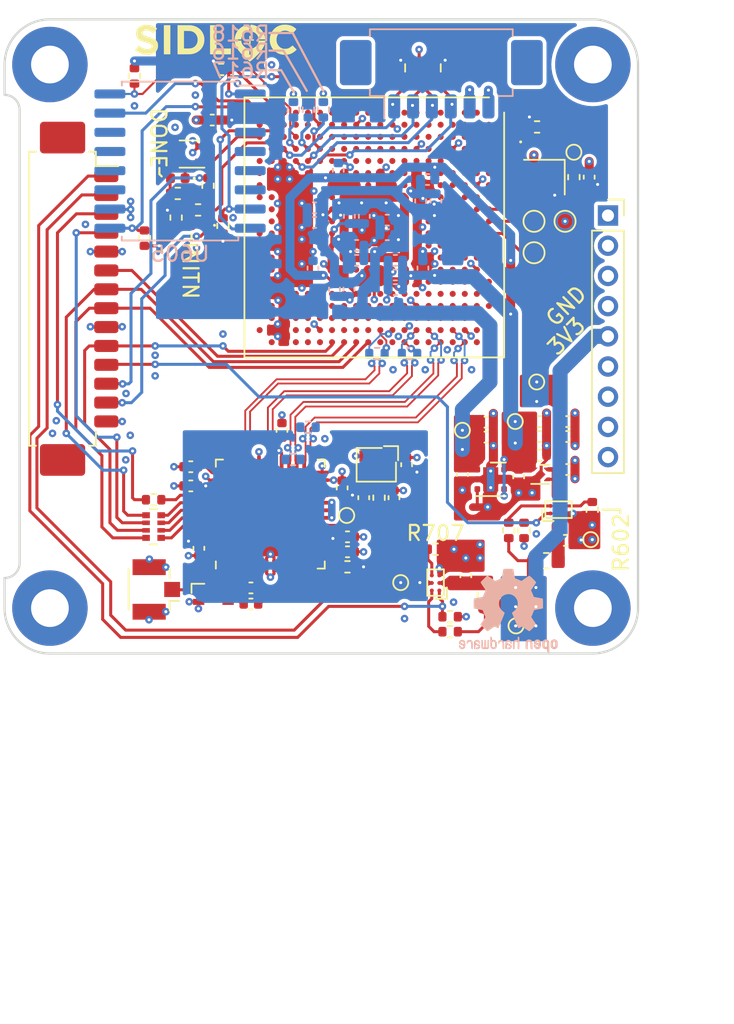
<source format=kicad_pcb>
(kicad_pcb (version 20211014) (generator pcbnew)

  (general
    (thickness 1.5954)
  )

  (paper "A4")
  (layers
    (0 "F.Cu" mixed)
    (1 "In1.Cu" power)
    (2 "In2.Cu" power)
    (31 "B.Cu" mixed)
    (32 "B.Adhes" user "B.Adhesive")
    (33 "F.Adhes" user "F.Adhesive")
    (34 "B.Paste" user)
    (35 "F.Paste" user)
    (36 "B.SilkS" user "B.Silkscreen")
    (37 "F.SilkS" user "F.Silkscreen")
    (38 "B.Mask" user)
    (39 "F.Mask" user)
    (41 "Cmts.User" user "User.Comments")
    (42 "Eco1.User" user "User.Eco1")
    (43 "Eco2.User" user "User.Eco2")
    (44 "Edge.Cuts" user)
    (45 "Margin" user)
    (46 "B.CrtYd" user "B.Courtyard")
    (47 "F.CrtYd" user "F.Courtyard")
    (48 "B.Fab" user)
    (49 "F.Fab" user)
  )

  (setup
    (stackup
      (layer "F.SilkS" (type "Top Silk Screen") (color "White"))
      (layer "F.Paste" (type "Top Solder Paste"))
      (layer "F.Mask" (type "Top Solder Mask") (color "Purple") (thickness 0.0127))
      (layer "F.Cu" (type "copper") (thickness 0.035))
      (layer "dielectric 1" (type "prepreg") (thickness 0.1) (material "JLC2313") (epsilon_r 4.05) (loss_tangent 0))
      (layer "In1.Cu" (type "copper") (thickness 0.0175))
      (layer "dielectric 2" (type "core") (thickness 1.265) (material "Core") (epsilon_r 4.6) (loss_tangent 0))
      (layer "In2.Cu" (type "copper") (thickness 0.0175))
      (layer "dielectric 3" (type "prepreg") (thickness 0.1) (material "JLC2313") (epsilon_r 4.05) (loss_tangent 0))
      (layer "B.Cu" (type "copper") (thickness 0.035))
      (layer "B.Mask" (type "Bottom Solder Mask") (color "Purple") (thickness 0.0127))
      (layer "B.Paste" (type "Bottom Solder Paste"))
      (layer "B.SilkS" (type "Bottom Silk Screen") (color "White"))
      (copper_finish "ENIG")
      (dielectric_constraints no)
    )
    (pad_to_mask_clearance 0.05)
    (solder_mask_min_width 0.2)
    (grid_origin 171.1452 89.472)
    (pcbplotparams
      (layerselection 0x0000030_80000001)
      (disableapertmacros false)
      (usegerberextensions false)
      (usegerberattributes false)
      (usegerberadvancedattributes false)
      (creategerberjobfile false)
      (svguseinch false)
      (svgprecision 6)
      (excludeedgelayer true)
      (plotframeref false)
      (viasonmask false)
      (mode 1)
      (useauxorigin false)
      (hpglpennumber 1)
      (hpglpenspeed 20)
      (hpglpendiameter 15.000000)
      (dxfpolygonmode true)
      (dxfimperialunits true)
      (dxfusepcbnewfont true)
      (psnegative false)
      (psa4output false)
      (plotreference true)
      (plotvalue true)
      (plotinvisibletext false)
      (sketchpadsonfab false)
      (subtractmaskfromsilk false)
      (outputformat 1)
      (mirror false)
      (drillshape 1)
      (scaleselection 1)
      (outputdirectory "")
    )
  )

  (net 0 "")
  (net 1 "GND")
  (net 2 "3V3")
  (net 3 "unconnected-(PQ101-Pad1)")
  (net 4 "unconnected-(PQ101-Pad2)")
  (net 5 "unconnected-(PQ101-Pad3)")
  (net 6 "unconnected-(PQ101-Pad6)")
  (net 7 "unconnected-(PQ101-Pad7)")
  (net 8 "unconnected-(PQ101-Pad8)")
  (net 9 "Net-(C601-Pad1)")
  (net 10 "/fpga/FPGA_2V5")
  (net 11 "/fpga/FPGA_3V3")
  (net 12 "/fpga/FPGA_1V1")
  (net 13 "Net-(C701-Pad1)")
  (net 14 "Net-(C701-Pad2)")
  (net 15 "/transceiver/TRX_3V3")
  (net 16 "Net-(C704-Pad2)")
  (net 17 "Net-(C710-Pad1)")
  (net 18 "Net-(C711-Pad1)")
  (net 19 "/transceiver/RF09P")
  (net 20 "/transceiver/RF09CAP_P")
  (net 21 "/transceiver/RF09N")
  (net 22 "/transceiver/RF09CAP_N")
  (net 23 "/transceiver/RF_EN")
  (net 24 "/transceiver/RST")
  (net 25 "/transceiver/IRQ")
  (net 26 "/SPI_CS2")
  (net 27 "/SPI_CS1")
  (net 28 "/fpga/SPI_CLK")
  (net 29 "/fpga/SPI_MISO")
  (net 30 "/fpga/SPI_MOSI")
  (net 31 "/fpga/FPGA_EN")
  (net 32 "/fpga/FPGA_DONE")
  (net 33 "/fpga/FPGA_INIT")
  (net 34 "/transceiver/RFIO")
  (net 35 "/fpga/JTDO")
  (net 36 "/fpga/JTCK")
  (net 37 "/fpga/JTMS")
  (net 38 "/fpga/JTDI")
  (net 39 "/fpga/FPGA_1V1_PG")
  (net 40 "Net-(NT701-Pad1)")
  (net 41 "Net-(R602-Pad2)")
  (net 42 "/fpga/FPGA_3V3_FAULT")
  (net 43 "/fpga/RXCLOCKP")
  (net 44 "/fpga/RXCLOCKN")
  (net 45 "/fpga/RXDATAP")
  (net 46 "/fpga/RXDATAN")
  (net 47 "Net-(D601-Pad2)")
  (net 48 "Net-(D602-Pad2)")
  (net 49 "Net-(R616-Pad2)")
  (net 50 "Net-(R617-Pad2)")
  (net 51 "Net-(R618-Pad2)")
  (net 52 "Net-(R619-Pad1)")
  (net 53 "/fpga/~{CFG_CS}")
  (net 54 "/fpga/CFG_IO2")
  (net 55 "/fpga/CFG_IO3")
  (net 56 "/fpga/TXCLOCKN")
  (net 57 "/fpga/TXCLOCKP")
  (net 58 "/fpga/TXDATAN")
  (net 59 "/fpga/TXDATAP")
  (net 60 "Net-(R704-Pad2)")
  (net 61 "/transceiver/TRX_FAULT")
  (net 62 "Net-(R707-Pad2)")
  (net 63 "Net-(RN701-Pad5)")
  (net 64 "Net-(RN701-Pad6)")
  (net 65 "Net-(RN701-Pad7)")
  (net 66 "Net-(RN701-Pad8)")
  (net 67 "/fpga/FPGA_IO1")
  (net 68 "/fpga/FPGA_IO0")
  (net 69 "unconnected-(U602-PadB6)")
  (net 70 "unconnected-(U602-PadB8)")
  (net 71 "unconnected-(U602-PadB9)")
  (net 72 "unconnected-(U602-PadB10)")
  (net 73 "/fpga/FPGA_CLK_IN")
  (net 74 "unconnected-(U602-PadC6)")
  (net 75 "unconnected-(U602-PadC7)")
  (net 76 "unconnected-(U602-PadC8)")
  (net 77 "unconnected-(U602-PadC9)")
  (net 78 "unconnected-(U602-PadC10)")
  (net 79 "unconnected-(U602-PadC11)")
  (net 80 "unconnected-(U602-PadC18)")
  (net 81 "unconnected-(U602-PadD6)")
  (net 82 "unconnected-(U602-PadD7)")
  (net 83 "unconnected-(U602-PadD8)")
  (net 84 "unconnected-(U602-PadD9)")
  (net 85 "unconnected-(U602-PadD10)")
  (net 86 "unconnected-(U602-PadD17)")
  (net 87 "unconnected-(U602-PadD18)")
  (net 88 "unconnected-(U602-PadD20)")
  (net 89 "unconnected-(U602-PadE6)")
  (net 90 "unconnected-(U602-PadE7)")
  (net 91 "unconnected-(U602-PadE8)")
  (net 92 "unconnected-(U602-PadE9)")
  (net 93 "unconnected-(U602-PadE10)")
  (net 94 "unconnected-(U602-PadE16)")
  (net 95 "unconnected-(U602-PadE17)")
  (net 96 "unconnected-(U602-PadE18)")
  (net 97 "unconnected-(U602-PadE19)")
  (net 98 "unconnected-(U602-PadF16)")
  (net 99 "unconnected-(U602-PadF17)")
  (net 100 "unconnected-(U602-PadF18)")
  (net 101 "unconnected-(U602-PadF20)")
  (net 102 "unconnected-(U602-PadG16)")
  (net 103 "unconnected-(U602-PadG18)")
  (net 104 "unconnected-(U602-PadG20)")
  (net 105 "unconnected-(U602-PadH16)")
  (net 106 "unconnected-(U602-PadH17)")
  (net 107 "unconnected-(U602-PadH18)")
  (net 108 "unconnected-(U602-PadJ16)")
  (net 109 "unconnected-(U602-PadJ17)")
  (net 110 "unconnected-(U602-PadJ18)")
  (net 111 "unconnected-(U602-PadJ20)")
  (net 112 "unconnected-(U602-PadK16)")
  (net 113 "unconnected-(U602-PadK17)")
  (net 114 "unconnected-(U602-PadK18)")
  (net 115 "unconnected-(U602-PadK20)")
  (net 116 "unconnected-(U602-PadR1)")
  (net 117 "unconnected-(U602-PadR3)")
  (net 118 "unconnected-(U602-PadT1)")
  (net 119 "unconnected-(U602-PadT2)")
  (net 120 "unconnected-(U602-PadT3)")
  (net 121 "unconnected-(U602-PadU1)")
  (net 122 "unconnected-(U602-PadU2)")
  (net 123 "/fpga/CFG_CLK")
  (net 124 "unconnected-(U602-PadV1)")
  (net 125 "/fpga/CFG_IO1")
  (net 126 "/fpga/CFG_IO0")
  (net 127 "unconnected-(U602-PadW3)")
  (net 128 "unconnected-(U602-PadW4)")
  (net 129 "unconnected-(U602-PadW5)")
  (net 130 "unconnected-(U602-PadW8)")
  (net 131 "unconnected-(U602-PadW9)")
  (net 132 "unconnected-(U602-PadW10)")
  (net 133 "unconnected-(U602-PadW11)")
  (net 134 "unconnected-(U602-PadW13)")
  (net 135 "unconnected-(U602-PadW14)")
  (net 136 "unconnected-(U602-PadW17)")
  (net 137 "unconnected-(U602-PadW18)")
  (net 138 "unconnected-(U602-PadW20)")
  (net 139 "unconnected-(U602-PadY5)")
  (net 140 "unconnected-(U602-PadY6)")
  (net 141 "unconnected-(U602-PadY7)")
  (net 142 "unconnected-(U602-PadY8)")
  (net 143 "unconnected-(U602-PadY11)")
  (net 144 "unconnected-(U602-PadY12)")
  (net 145 "unconnected-(U602-PadY14)")
  (net 146 "unconnected-(U602-PadY15)")
  (net 147 "unconnected-(U602-PadY16)")
  (net 148 "unconnected-(U602-PadY17)")
  (net 149 "unconnected-(U602-PadY19)")
  (net 150 "unconnected-(U605-Pad3)")
  (net 151 "unconnected-(U605-Pad4)")
  (net 152 "unconnected-(U605-Pad5)")
  (net 153 "unconnected-(U605-Pad6)")
  (net 154 "unconnected-(U605-Pad11)")
  (net 155 "unconnected-(U605-Pad12)")
  (net 156 "unconnected-(U605-Pad13)")
  (net 157 "unconnected-(U605-Pad14)")
  (net 158 "unconnected-(U702-Pad1)")
  (net 159 "unconnected-(U702-Pad2)")
  (net 160 "unconnected-(U702-Pad4)")
  (net 161 "unconnected-(U702-Pad5)")
  (net 162 "unconnected-(U702-Pad11)")
  (net 163 "unconnected-(U702-Pad12)")
  (net 164 "unconnected-(U702-Pad22)")
  (net 165 "unconnected-(U702-Pad35)")
  (net 166 "unconnected-(U702-Pad36)")
  (net 167 "unconnected-(U702-Pad47)")
  (net 168 "Net-(D602-Pad1)")
  (net 169 "unconnected-(H103-Pad1)")
  (net 170 "unconnected-(H101-Pad1)")
  (net 171 "unconnected-(H102-Pad1)")
  (net 172 "unconnected-(H104-Pad1)")
  (net 173 "unconnected-(U602-PadA6)")
  (net 174 "unconnected-(U602-PadA7)")
  (net 175 "/fpga/FPGA_IO2")
  (net 176 "unconnected-(U602-PadB11)")
  (net 177 "unconnected-(U602-PadL16)")
  (net 178 "unconnected-(U602-PadL17)")
  (net 179 "unconnected-(U602-PadL18)")
  (net 180 "unconnected-(U602-PadL19)")
  (net 181 "unconnected-(U602-PadM17)")
  (net 182 "unconnected-(U602-PadM18)")
  (net 183 "unconnected-(U602-PadM19)")
  (net 184 "unconnected-(U602-PadN16)")
  (net 185 "unconnected-(U602-PadN17)")
  (net 186 "unconnected-(U602-PadN18)")
  (net 187 "unconnected-(U602-PadN19)")
  (net 188 "unconnected-(U602-PadP16)")
  (net 189 "unconnected-(U602-PadP17)")
  (net 190 "unconnected-(U602-PadP18)")
  (net 191 "unconnected-(U602-PadP19)")
  (net 192 "unconnected-(U602-PadR16)")
  (net 193 "unconnected-(U602-PadR17)")
  (net 194 "unconnected-(U602-PadR18)")
  (net 195 "unconnected-(U602-PadR20)")
  (net 196 "unconnected-(U602-PadT16)")
  (net 197 "unconnected-(U602-PadT17)")
  (net 198 "unconnected-(U602-PadT18)")
  (net 199 "unconnected-(U602-PadT19)")
  (net 200 "unconnected-(U602-PadT20)")
  (net 201 "unconnected-(U602-PadU16)")
  (net 202 "unconnected-(U602-PadU17)")
  (net 203 "unconnected-(U602-PadU18)")
  (net 204 "unconnected-(U602-PadU19)")
  (net 205 "unconnected-(U602-PadU20)")
  (net 206 "Net-(D603-Pad2)")

  (footprint "MountingHole:MountingHole_2.5mm_Pad" (layer "F.Cu") (at 170.1452 79.472))

  (footprint "MountingHole:MountingHole_2.5mm_Pad" (layer "F.Cu") (at 134.1452 79.472))

  (footprint "Connector_PinSocket_2.00mm:PinSocket_1x09_P2.00mm_Vertical" (layer "F.Cu") (at 171.1452 89.472))

  (footprint "Resistor_SMD:R_0402_1005Metric" (layer "F.Cu") (at 142.5119 89.6093 90))

  (footprint "Resistor_SMD:R_0402_1005Metric" (layer "F.Cu") (at 145.4912 79.7946))

  (footprint "Capacitor_SMD:C_0402_1005Metric" (layer "F.Cu") (at 168.3258 110.9858))

  (footprint "Package_BGA:Texas_DSBGA-6_0.9x1.4mm_Layout2x3_P0.5mm" (layer "F.Cu") (at 159.7152 113.8077 180))

  (footprint "Resistor_SMD:R_0402_1005Metric" (layer "F.Cu") (at 159.7152 111.5725 180))

  (footprint "lsf-kicad-lib:TestPoint_D0.8mm_Mask-Only" (layer "F.Cu") (at 165.0492 116.65))

  (footprint "Inductor_SMD:L_0603_1608Metric" (layer "F.Cu") (at 163.0172 114.5925 90))

  (footprint "Capacitor_SMD:C_0402_1005Metric" (layer "F.Cu") (at 163.0654 104.148))

  (footprint "Package_BGA:Lattice_caBGA-381_17.0x17.0mm_Layout20x20_P0.8mm_Ball0.4mm_Pad0.4mm_NSMD" (layer "F.Cu") (at 155.6512 90.2594 -90))

  (footprint "Capacitor_SMD:C_0402_1005Metric" (layer "F.Cu") (at 163.0654 103.1574))

  (footprint "Resistor_SMD:R_0402_1005Metric" (layer "F.Cu") (at 164.5666 110.3254 -90))

  (footprint "Capacitor_SMD:C_0402_1005Metric" (layer "F.Cu") (at 154.9512 108.1604 90))

  (footprint "Connector_Molex:Molex_PicoBlade_53261-1471_1x14-1MP_P1.25mm_Horizontal" (layer "F.Cu") (at 135.4836 94.9838 -90))

  (footprint "lsf-kicad-lib:TestPoint_D0.8mm_Mask-Only" (layer "F.Cu") (at 161.4932 103.696))

  (footprint "Capacitor_SMD:C_0402_1005Metric" (layer "F.Cu") (at 161.4932 106.617 90))

  (footprint "Capacitor_SMD:C_0402_1005Metric" (layer "F.Cu") (at 153.8762 111.7418))

  (footprint "Inductor_SMD:L_0603_1608Metric" (layer "F.Cu") (at 167.0558 112.332))

  (footprint "LED_SMD:LED_0402_1005Metric" (layer "F.Cu") (at 166.4462 84.5952))

  (footprint "lsf-kicad-lib:sidloc-logo-11x3" (layer "F.Cu") (at 145.1356 78.042))

  (footprint "Resistor_SMD:R_0402_1005Metric" (layer "F.Cu") (at 143.9692 89.1013))

  (footprint "Resistor_SMD:R_0402_1005Metric" (layer "F.Cu") (at 142.623 88.0087))

  (footprint "Connector_Coaxial:U.FL_Hirose_U.FL-R-SMT-1_Vertical" (layer "F.Cu") (at 141.1986 114.237 180))

  (footprint "lsf-kicad-lib:TestPoint_D0.8mm_Mask-Only" (layer "F.Cu") (at 164.9984 103.1118))

  (footprint "Package_DFN_QFN:QFN-48-1EP_7x7mm_P0.5mm_EP5.6x5.6mm" (layer "F.Cu")
    (tedit 5DC5F6A5) (tstamp 4f1ffdd6-1cf4-44d6-b761-e3e1aa4fb9b7)
    (at 148.7566 109.2444 90)
    (descr "QFN, 48 Pin (http://www.st.com/resource/en/datasheet/stm32f042k6.pdf#page=94), generated with kicad-footprint-generator ipc_noLead_generator.py")
    (tags "QFN NoLead")
    (property "Sheetfile" "sidloc-schematic/transceiver.kicad_sch")
    (property "Sheetname" "transceiver")
    (path "/7e10c94a-7591-4892-9351-18ebe562ea30/e17292b9-af59-4b7a-b9f7-adfce246933a")
    (attr smd)
    (fp_text reference "U702" (at 0 -4.82 90) (layer "F.SilkS") hide
      (effects (font (size 1 1) (thickness 0.15)))
      (tstamp 42bfb220-d2d7-4368-b169-8d098342f992)
    )
    (fp_text value "AT86RF215M" (at 0 4.82 90) (layer "F.Fab")
      (effects (font (size 1 1) (thickness 0.15)))
      (tstamp bbe25420-564f-40ca-9e31-f11405ee7897)
    )
    (fp_text user "${REFERENCE}" (at 0 0 90) (layer "F.Fab")
      (effects (font (size 1 1) (thickness 0.15)))
      (tstamp 18cdaae1-7751-4a1c-bfb4-8cb949c500ec)
    )
    (fp_line (start 3.135 3.61) (end 3.61 3.61) (layer "F.SilkS") (width 0.12) (tstamp 1408dadd-588a-431b-851d-1aa41fc8f6e8))
    (fp_line (start 3.61 -3.61) (end 3.61 -3.135) (layer "F.SilkS") (width 0.12) (tstamp 18aa95b8-98fa-4b5d-88af-01035b2a41b4))
    (fp_line (start -3.135 3.61) (end -3.61 3.61) (layer "F.SilkS") (width 0.12) (tstamp 352771f4-16d1-4c61-995b-b7e75a738800))
    (fp_line (start -3.61 3.61) (end -3.61 3.135) (layer "F.SilkS") (width 0.12) (tstamp 763567e5-b6fb-4bf1-9925-edba0615d38e))
    (fp_line (start 3.135 -3.61) (end 3.61 -3.61) (layer "F.SilkS") (width 0.12) (tstamp 9031e190-d810-4018-ab9c-9c13429a20b4))
    (fp_line (start 3.61 3.61) (end 3.61 3.135) (layer "F.SilkS") (width 0.12) (tstamp 97fc7ba2-9cbf-4f9a-8ece-2f1962c22059))
    (fp_line (start -3.135 -3.61) (end -3.61 -3.61) (layer "F.SilkS") (width 0.12) (tstamp d86cf2a3-34ee-4ca4-b702-7c002285876a))
    (fp_line (start 4.12 -4.12) (end -4.12 -4.12) (layer "F.CrtYd") (width 0.05) (tstamp 0a7ff25e-7388-466f-8084-69e2525983e2))
    (fp_line (start -4.12 -4.12) (end -4.12 4.12) (layer "F.CrtYd") (width 0.05) (tstamp 61a9bd79-933a-493e-90e1-80af34d6ab2b))
    (fp_line (start 4.12 4.12) (end 4.12 -4.12) (layer "F.CrtYd") (width 0.05) (tstamp be595991-1832-49e6-aea0-dda809cae1fc))
    (fp_line (start -4.12 4.12) (end 4.12 4.12) (layer "F.CrtYd") (width 0.05) (tstamp e6e9089c-291d-4832-b7c7-406e44e4d251))
    (fp_line (start -3.5 3.5) (end -3.5 -2.5) (layer "F.Fab") (width 0.1) (tstamp 0078798e-51ee-408f-a4b3-3b8b9d0f547c))
    (fp_line (start -2.5 -3.5) (end 3.5 -3.5) (layer "F.Fab") (width 0.1) (tstamp 539ac12e-e2a7-41ab-8116-a2f71d9e5381))
    (fp_line (start 3.5 3.5) (end -3.5 3.5) (layer "F.Fab") (width 0.1) (tstamp a36124b5-e1a4-460f-a336-2615a77d7b77))
    (fp_line (start 3.5 -3.5) (end 3.5 3.5) (layer "F.Fab") (width 0.1) (tstamp e2349dac-47f3-4657-9fa1-3394f716994e))
    (fp_line (start -3.5 -2.5) (end -2.5 -3.5) (layer "F.Fab") (width 0.1) (tstamp edb5293e-fef4-4a28-abec-8d44a423a6cf))
    (pad "" smd roundrect (at -2.1 0.7 90) (size 1.13 1.13) (layers "F.Paste") (roundrect_rratio 0.221239) (tstamp 12ce1dcd-ef97-4626-84a5-8b9c70139ece))
    (pad "" smd roundrect (at 0.7 0.7 90) (size 1.13 1.13) (layers "F.Paste") (roundrect_rratio 0.221239) (tstamp 29221cac-772b-4ed1-b629-66f265d42b25))
    (pad "" smd roundrect (at -2.1 -0.7 90) (size 1.13 1.13) (layers "F.Paste") (roundrect_rratio 0.221239) (tstamp 39162e34-78ea-474a-9c38-95810f19a56c))
    (pad "" smd roundrect (at 2.1 0.7 90) (size 1.13 1.13) (layers "F.Paste") (roundrect_rratio 0.221239) (tstamp 3a69013e-eb7c-4fb3-acd3-98c92cfbea09))
    (pad "" smd roundrect (at 2.1 -0.7 90) (size 1.13 1.13) (layers "F.Paste") (roundrect_rratio 0.221239) (tstamp 3aac6352-d4dc-4255-a777-a3dfbe214848))
    (pad "" smd roundrect (at -2.1 2.1 90) (size 1.13 1.13) (layers "F.Paste") (roundrect_rratio 0.221239) (tstamp 5302931d-2c61-4fb7-bb6d-3b70add1e639))
    (pad "" smd roundrect (at 2.1 2.1 90) (size 1.13 1.13) (layers "F.Paste") (roundrect_rratio 0.221239) (tstamp 55f3c4fc-f5b7-4460-b97d-889a255a519f))
    (pad "" smd roundrect (at 2.1 -2.1 90) (size 1.13 1.13) (layers "F.Paste") (roundrect_rratio 0.221239) (tstamp 68a01604-6f7c-4031-a93f-c09852597e85))
    (pad "" smd roundrect (at -0.7 -2.1 90) (size 1.13 1.13) (layers "F.Paste") (roundrect_rratio 0.221239) (tstamp 72ad3f4c-cadd-42e7-af10-550ca539828e))
    (pad "" smd roundrect (at -2.1 -2.1 90) (size 1.13 1.13) (layers "F.Paste") (roundrect_rratio 0.221239) (tstamp 7872c98e-495e-4c6d-9d1a-ded2c3694f28))
    (pad "" smd roundrect (at -0.7 -0.7 90) (size 1.13 1.13) (layers "F.Paste") (roundrect_rratio 0.221239) (tstamp b402b60c-ffab-4a5b-8290-364301f0a705))
    (pad "" smd roundrect (at -0.7 2.1 90) (size 1.13 1.13) (layers "F.Paste") (roundrect_rratio 0.221239) (tstamp b5acc38e-e111-4f72-8d9c-6b1bbb91e21d))
    (pad "" smd roundrect (at 0.7 -0.7 90) (size 1.13 1.13) (layers "F.Paste") (roundrect_rratio 0.221239) (tstamp dd194b64-3745-490d-a3fa-e45e8737d1f9))
    (pad "" smd roundrect (at -0.7 0.7 90) (size 1.13 1.13) (layers "F.Paste") (roundrect_rratio 0.221239) (tstamp edbb1515-c0c4-4f30-981b-ed49434b6af7))
    (pad "" smd roundrect (at 0.7 2.1 90) (size 1.13 1.13) (layers "F.Paste") (roundrect_rratio 0.221239) (tstamp fa96f04e-008e-4034-8755-f4bf3063ad16))
    (pad "" smd roundrect (at 0.7 -2.1 90) (size 1.13 1.13) (layers "F.Paste") (roundrect_rratio 0.221239) (tstamp fba519e8-95d7-4d23-be4c-1c016d3daa66))
    (pad "1" smd roundrect (at -3.4375 -2.75 90) (size 0.875 0.25) (layers "F.Cu" "F.Paste" "F.Mask") (roundrect_rratio 0.25)
      (net 158 "unconnected-(U702-Pad1)") (pinfunction "FEA24") (pintype "no_connect") (tstamp b8d336c3-ae8a-4993-8b42-e1663056b861))
    (pad "2" smd roundrect (at -3.4375 -2.25 90) (
... [1170255 chars truncated]
</source>
